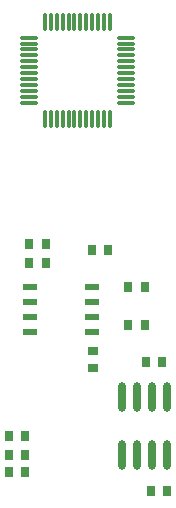
<source format=gbp>
G04 Layer_Color=128*
%FSLAX43Y43*%
%MOMM*%
G71*
G01*
G75*
%ADD10R,0.900X0.800*%
%ADD12R,0.800X0.900*%
G04:AMPARAMS|DCode=13|XSize=0.55mm|YSize=1.25mm|CornerRadius=0.05mm|HoleSize=0mm|Usage=FLASHONLY|Rotation=90.000|XOffset=0mm|YOffset=0mm|HoleType=Round|Shape=RoundedRectangle|*
%AMROUNDEDRECTD13*
21,1,0.550,1.151,0,0,90.0*
21,1,0.451,1.250,0,0,90.0*
1,1,0.099,0.576,0.226*
1,1,0.099,0.576,-0.226*
1,1,0.099,-0.576,-0.226*
1,1,0.099,-0.576,0.226*
%
%ADD13ROUNDEDRECTD13*%
%ADD17O,1.650X0.300*%
%ADD18O,0.300X1.650*%
%ADD39O,0.700X2.500*%
D10*
X12200Y17500D02*
D03*
Y16100D02*
D03*
D12*
X6800Y26600D02*
D03*
X8200D02*
D03*
X6800Y25000D02*
D03*
X8200D02*
D03*
X13500Y26100D02*
D03*
X12100D02*
D03*
X15200Y22900D02*
D03*
X16600D02*
D03*
X15200Y19700D02*
D03*
X16600D02*
D03*
X16700Y16600D02*
D03*
X18100D02*
D03*
X18500Y5700D02*
D03*
X17100D02*
D03*
X5100Y10300D02*
D03*
X6500D02*
D03*
X5100Y8700D02*
D03*
X6500D02*
D03*
X5100Y7300D02*
D03*
X6500D02*
D03*
D13*
X12125Y22905D02*
D03*
Y21635D02*
D03*
Y20365D02*
D03*
Y19095D02*
D03*
X6875Y22905D02*
D03*
Y21635D02*
D03*
Y20365D02*
D03*
Y19095D02*
D03*
D17*
X6800Y44050D02*
D03*
Y43550D02*
D03*
Y43050D02*
D03*
Y42550D02*
D03*
Y42050D02*
D03*
Y41550D02*
D03*
Y41050D02*
D03*
Y40550D02*
D03*
Y40050D02*
D03*
Y39550D02*
D03*
Y39050D02*
D03*
Y38550D02*
D03*
X15000D02*
D03*
Y39050D02*
D03*
Y39550D02*
D03*
Y40050D02*
D03*
Y40550D02*
D03*
Y41050D02*
D03*
Y41550D02*
D03*
Y42050D02*
D03*
Y42550D02*
D03*
Y43050D02*
D03*
Y43550D02*
D03*
Y44050D02*
D03*
D18*
X8150Y37200D02*
D03*
X8650D02*
D03*
X9150D02*
D03*
X9650D02*
D03*
X10150D02*
D03*
X10650D02*
D03*
X11150D02*
D03*
X11650D02*
D03*
X12150D02*
D03*
X12650D02*
D03*
X13150D02*
D03*
X13650D02*
D03*
Y45400D02*
D03*
X13150D02*
D03*
X12650D02*
D03*
X12150D02*
D03*
X11650D02*
D03*
X11150D02*
D03*
X10650D02*
D03*
X10150D02*
D03*
X9650D02*
D03*
X9150D02*
D03*
X8650D02*
D03*
X8150D02*
D03*
D39*
X14695Y13650D02*
D03*
X15965D02*
D03*
X17235D02*
D03*
X18505D02*
D03*
X14695Y8750D02*
D03*
X15965D02*
D03*
X17235D02*
D03*
X18505D02*
D03*
M02*

</source>
